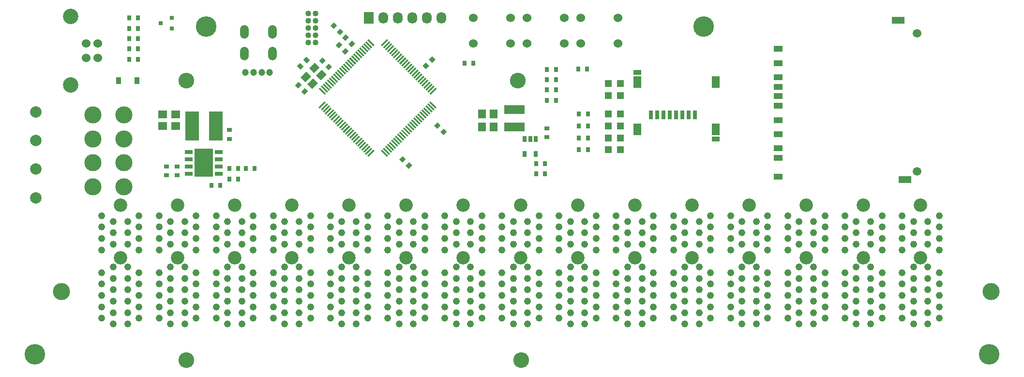
<source format=gbr>
G04 #@! TF.FileFunction,Soldermask,Top*
%FSLAX46Y46*%
G04 Gerber Fmt 4.6, Leading zero omitted, Abs format (unit mm)*
G04 Created by KiCad (PCBNEW 4.0.3+e1-6302~38~ubuntu14.04.1-stable) date Tue Oct  4 11:18:40 2016*
%MOMM*%
%LPD*%
G01*
G04 APERTURE LIST*
%ADD10C,0.100000*%
%ADD11R,1.350000X0.750000*%
%ADD12R,3.200000X4.900000*%
%ADD13R,2.350000X5.100000*%
%ADD14R,0.800000X1.500000*%
%ADD15R,1.450000X2.000000*%
%ADD16R,1.450000X0.900000*%
%ADD17R,0.800100X0.800100*%
%ADD18C,1.200000*%
%ADD19O,1.500000X2.400000*%
%ADD20C,2.350000*%
%ADD21C,1.230000*%
%ADD22R,1.500000X1.400000*%
%ADD23R,1.400000X1.500000*%
%ADD24R,0.787000X0.864000*%
%ADD25R,0.864000X0.787000*%
%ADD26C,1.016000*%
%ADD27R,1.727200X2.032000*%
%ADD28O,1.727200X2.032000*%
%ADD29C,3.000000*%
%ADD30C,3.600000*%
%ADD31C,2.750000*%
%ADD32R,0.700000X1.000000*%
%ADD33C,1.524000*%
%ADD34R,3.600000X1.500000*%
%ADD35C,2.000000*%
%ADD36C,2.700020*%
%ADD37R,0.910000X1.220000*%
%ADD38R,1.198880X1.198880*%
%ADD39R,1.500000X1.000000*%
%ADD40R,2.200000X1.200000*%
%ADD41C,1.500000*%
G04 APERTURE END LIST*
D10*
D11*
X81975000Y-99495000D03*
X81975000Y-100765000D03*
X81975000Y-102035000D03*
X81975000Y-103305000D03*
X87225000Y-103305000D03*
X87225000Y-102035000D03*
X87225000Y-100765000D03*
X87225000Y-99495000D03*
D12*
X84600000Y-101400000D03*
D13*
X86675000Y-94900000D03*
X82525000Y-94900000D03*
D14*
X170500000Y-92950000D03*
X169400000Y-92950000D03*
X168300000Y-92950000D03*
X167200000Y-92950000D03*
X166100000Y-92950000D03*
X165000000Y-92950000D03*
X163900000Y-92950000D03*
X162800000Y-92950000D03*
D15*
X160425000Y-87250000D03*
X174175000Y-87250000D03*
X160425000Y-95550000D03*
X174175000Y-95550000D03*
D16*
X174175000Y-97250000D03*
X160425000Y-85550000D03*
D17*
X79000760Y-77850000D03*
X79000760Y-75950000D03*
X77001780Y-76900000D03*
D10*
G36*
X113161522Y-79888373D02*
X113373654Y-79676241D01*
X114434314Y-80736901D01*
X114222182Y-80949033D01*
X113161522Y-79888373D01*
X113161522Y-79888373D01*
G37*
G36*
X112807969Y-80241926D02*
X113020101Y-80029794D01*
X114080761Y-81090454D01*
X113868629Y-81302586D01*
X112807969Y-80241926D01*
X112807969Y-80241926D01*
G37*
G36*
X112454416Y-80595480D02*
X112666548Y-80383348D01*
X113727208Y-81444008D01*
X113515076Y-81656140D01*
X112454416Y-80595480D01*
X112454416Y-80595480D01*
G37*
G36*
X112100862Y-80949033D02*
X112312994Y-80736901D01*
X113373654Y-81797561D01*
X113161522Y-82009693D01*
X112100862Y-80949033D01*
X112100862Y-80949033D01*
G37*
G36*
X111747309Y-81302587D02*
X111959441Y-81090455D01*
X113020101Y-82151115D01*
X112807969Y-82363247D01*
X111747309Y-81302587D01*
X111747309Y-81302587D01*
G37*
G36*
X111393756Y-81656140D02*
X111605888Y-81444008D01*
X112666548Y-82504668D01*
X112454416Y-82716800D01*
X111393756Y-81656140D01*
X111393756Y-81656140D01*
G37*
G36*
X111040202Y-82009693D02*
X111252334Y-81797561D01*
X112312994Y-82858221D01*
X112100862Y-83070353D01*
X111040202Y-82009693D01*
X111040202Y-82009693D01*
G37*
G36*
X110686649Y-82363247D02*
X110898781Y-82151115D01*
X111959441Y-83211775D01*
X111747309Y-83423907D01*
X110686649Y-82363247D01*
X110686649Y-82363247D01*
G37*
G36*
X110333095Y-82716800D02*
X110545227Y-82504668D01*
X111605887Y-83565328D01*
X111393755Y-83777460D01*
X110333095Y-82716800D01*
X110333095Y-82716800D01*
G37*
G36*
X109979542Y-83070354D02*
X110191674Y-82858222D01*
X111252334Y-83918882D01*
X111040202Y-84131014D01*
X109979542Y-83070354D01*
X109979542Y-83070354D01*
G37*
G36*
X109625989Y-83423907D02*
X109838121Y-83211775D01*
X110898781Y-84272435D01*
X110686649Y-84484567D01*
X109625989Y-83423907D01*
X109625989Y-83423907D01*
G37*
G36*
X109272435Y-83777460D02*
X109484567Y-83565328D01*
X110545227Y-84625988D01*
X110333095Y-84838120D01*
X109272435Y-83777460D01*
X109272435Y-83777460D01*
G37*
G36*
X108918882Y-84131014D02*
X109131014Y-83918882D01*
X110191674Y-84979542D01*
X109979542Y-85191674D01*
X108918882Y-84131014D01*
X108918882Y-84131014D01*
G37*
G36*
X108565328Y-84484567D02*
X108777460Y-84272435D01*
X109838120Y-85333095D01*
X109625988Y-85545227D01*
X108565328Y-84484567D01*
X108565328Y-84484567D01*
G37*
G36*
X108211775Y-84838121D02*
X108423907Y-84625989D01*
X109484567Y-85686649D01*
X109272435Y-85898781D01*
X108211775Y-84838121D01*
X108211775Y-84838121D01*
G37*
G36*
X107858222Y-85191674D02*
X108070354Y-84979542D01*
X109131014Y-86040202D01*
X108918882Y-86252334D01*
X107858222Y-85191674D01*
X107858222Y-85191674D01*
G37*
G36*
X107504668Y-85545227D02*
X107716800Y-85333095D01*
X108777460Y-86393755D01*
X108565328Y-86605887D01*
X107504668Y-85545227D01*
X107504668Y-85545227D01*
G37*
G36*
X107151115Y-85898781D02*
X107363247Y-85686649D01*
X108423907Y-86747309D01*
X108211775Y-86959441D01*
X107151115Y-85898781D01*
X107151115Y-85898781D01*
G37*
G36*
X106797561Y-86252334D02*
X107009693Y-86040202D01*
X108070353Y-87100862D01*
X107858221Y-87312994D01*
X106797561Y-86252334D01*
X106797561Y-86252334D01*
G37*
G36*
X106444008Y-86605888D02*
X106656140Y-86393756D01*
X107716800Y-87454416D01*
X107504668Y-87666548D01*
X106444008Y-86605888D01*
X106444008Y-86605888D01*
G37*
G36*
X106090455Y-86959441D02*
X106302587Y-86747309D01*
X107363247Y-87807969D01*
X107151115Y-88020101D01*
X106090455Y-86959441D01*
X106090455Y-86959441D01*
G37*
G36*
X105736901Y-87312994D02*
X105949033Y-87100862D01*
X107009693Y-88161522D01*
X106797561Y-88373654D01*
X105736901Y-87312994D01*
X105736901Y-87312994D01*
G37*
G36*
X105383348Y-87666548D02*
X105595480Y-87454416D01*
X106656140Y-88515076D01*
X106444008Y-88727208D01*
X105383348Y-87666548D01*
X105383348Y-87666548D01*
G37*
G36*
X105029794Y-88020101D02*
X105241926Y-87807969D01*
X106302586Y-88868629D01*
X106090454Y-89080761D01*
X105029794Y-88020101D01*
X105029794Y-88020101D01*
G37*
G36*
X104676241Y-88373654D02*
X104888373Y-88161522D01*
X105949033Y-89222182D01*
X105736901Y-89434314D01*
X104676241Y-88373654D01*
X104676241Y-88373654D01*
G37*
G36*
X104888373Y-91838478D02*
X104676241Y-91626346D01*
X105736901Y-90565686D01*
X105949033Y-90777818D01*
X104888373Y-91838478D01*
X104888373Y-91838478D01*
G37*
G36*
X105241926Y-92192031D02*
X105029794Y-91979899D01*
X106090454Y-90919239D01*
X106302586Y-91131371D01*
X105241926Y-92192031D01*
X105241926Y-92192031D01*
G37*
G36*
X105595480Y-92545584D02*
X105383348Y-92333452D01*
X106444008Y-91272792D01*
X106656140Y-91484924D01*
X105595480Y-92545584D01*
X105595480Y-92545584D01*
G37*
G36*
X105949033Y-92899138D02*
X105736901Y-92687006D01*
X106797561Y-91626346D01*
X107009693Y-91838478D01*
X105949033Y-92899138D01*
X105949033Y-92899138D01*
G37*
G36*
X106302587Y-93252691D02*
X106090455Y-93040559D01*
X107151115Y-91979899D01*
X107363247Y-92192031D01*
X106302587Y-93252691D01*
X106302587Y-93252691D01*
G37*
G36*
X106656140Y-93606244D02*
X106444008Y-93394112D01*
X107504668Y-92333452D01*
X107716800Y-92545584D01*
X106656140Y-93606244D01*
X106656140Y-93606244D01*
G37*
G36*
X107009693Y-93959798D02*
X106797561Y-93747666D01*
X107858221Y-92687006D01*
X108070353Y-92899138D01*
X107009693Y-93959798D01*
X107009693Y-93959798D01*
G37*
G36*
X107363247Y-94313351D02*
X107151115Y-94101219D01*
X108211775Y-93040559D01*
X108423907Y-93252691D01*
X107363247Y-94313351D01*
X107363247Y-94313351D01*
G37*
G36*
X107716800Y-94666905D02*
X107504668Y-94454773D01*
X108565328Y-93394113D01*
X108777460Y-93606245D01*
X107716800Y-94666905D01*
X107716800Y-94666905D01*
G37*
G36*
X108070354Y-95020458D02*
X107858222Y-94808326D01*
X108918882Y-93747666D01*
X109131014Y-93959798D01*
X108070354Y-95020458D01*
X108070354Y-95020458D01*
G37*
G36*
X108423907Y-95374011D02*
X108211775Y-95161879D01*
X109272435Y-94101219D01*
X109484567Y-94313351D01*
X108423907Y-95374011D01*
X108423907Y-95374011D01*
G37*
G36*
X108777460Y-95727565D02*
X108565328Y-95515433D01*
X109625988Y-94454773D01*
X109838120Y-94666905D01*
X108777460Y-95727565D01*
X108777460Y-95727565D01*
G37*
G36*
X109131014Y-96081118D02*
X108918882Y-95868986D01*
X109979542Y-94808326D01*
X110191674Y-95020458D01*
X109131014Y-96081118D01*
X109131014Y-96081118D01*
G37*
G36*
X109484567Y-96434672D02*
X109272435Y-96222540D01*
X110333095Y-95161880D01*
X110545227Y-95374012D01*
X109484567Y-96434672D01*
X109484567Y-96434672D01*
G37*
G36*
X109838121Y-96788225D02*
X109625989Y-96576093D01*
X110686649Y-95515433D01*
X110898781Y-95727565D01*
X109838121Y-96788225D01*
X109838121Y-96788225D01*
G37*
G36*
X110191674Y-97141778D02*
X109979542Y-96929646D01*
X111040202Y-95868986D01*
X111252334Y-96081118D01*
X110191674Y-97141778D01*
X110191674Y-97141778D01*
G37*
G36*
X110545227Y-97495332D02*
X110333095Y-97283200D01*
X111393755Y-96222540D01*
X111605887Y-96434672D01*
X110545227Y-97495332D01*
X110545227Y-97495332D01*
G37*
G36*
X110898781Y-97848885D02*
X110686649Y-97636753D01*
X111747309Y-96576093D01*
X111959441Y-96788225D01*
X110898781Y-97848885D01*
X110898781Y-97848885D01*
G37*
G36*
X111252334Y-98202439D02*
X111040202Y-97990307D01*
X112100862Y-96929647D01*
X112312994Y-97141779D01*
X111252334Y-98202439D01*
X111252334Y-98202439D01*
G37*
G36*
X111605888Y-98555992D02*
X111393756Y-98343860D01*
X112454416Y-97283200D01*
X112666548Y-97495332D01*
X111605888Y-98555992D01*
X111605888Y-98555992D01*
G37*
G36*
X111959441Y-98909545D02*
X111747309Y-98697413D01*
X112807969Y-97636753D01*
X113020101Y-97848885D01*
X111959441Y-98909545D01*
X111959441Y-98909545D01*
G37*
G36*
X112312994Y-99263099D02*
X112100862Y-99050967D01*
X113161522Y-97990307D01*
X113373654Y-98202439D01*
X112312994Y-99263099D01*
X112312994Y-99263099D01*
G37*
G36*
X112666548Y-99616652D02*
X112454416Y-99404520D01*
X113515076Y-98343860D01*
X113727208Y-98555992D01*
X112666548Y-99616652D01*
X112666548Y-99616652D01*
G37*
G36*
X113020101Y-99970206D02*
X112807969Y-99758074D01*
X113868629Y-98697414D01*
X114080761Y-98909546D01*
X113020101Y-99970206D01*
X113020101Y-99970206D01*
G37*
G36*
X113373654Y-100323759D02*
X113161522Y-100111627D01*
X114222182Y-99050967D01*
X114434314Y-99263099D01*
X113373654Y-100323759D01*
X113373654Y-100323759D01*
G37*
G36*
X115565686Y-99263099D02*
X115777818Y-99050967D01*
X116838478Y-100111627D01*
X116626346Y-100323759D01*
X115565686Y-99263099D01*
X115565686Y-99263099D01*
G37*
G36*
X115919239Y-98909546D02*
X116131371Y-98697414D01*
X117192031Y-99758074D01*
X116979899Y-99970206D01*
X115919239Y-98909546D01*
X115919239Y-98909546D01*
G37*
G36*
X116272792Y-98555992D02*
X116484924Y-98343860D01*
X117545584Y-99404520D01*
X117333452Y-99616652D01*
X116272792Y-98555992D01*
X116272792Y-98555992D01*
G37*
G36*
X116626346Y-98202439D02*
X116838478Y-97990307D01*
X117899138Y-99050967D01*
X117687006Y-99263099D01*
X116626346Y-98202439D01*
X116626346Y-98202439D01*
G37*
G36*
X116979899Y-97848885D02*
X117192031Y-97636753D01*
X118252691Y-98697413D01*
X118040559Y-98909545D01*
X116979899Y-97848885D01*
X116979899Y-97848885D01*
G37*
G36*
X117333452Y-97495332D02*
X117545584Y-97283200D01*
X118606244Y-98343860D01*
X118394112Y-98555992D01*
X117333452Y-97495332D01*
X117333452Y-97495332D01*
G37*
G36*
X117687006Y-97141779D02*
X117899138Y-96929647D01*
X118959798Y-97990307D01*
X118747666Y-98202439D01*
X117687006Y-97141779D01*
X117687006Y-97141779D01*
G37*
G36*
X118040559Y-96788225D02*
X118252691Y-96576093D01*
X119313351Y-97636753D01*
X119101219Y-97848885D01*
X118040559Y-96788225D01*
X118040559Y-96788225D01*
G37*
G36*
X118394113Y-96434672D02*
X118606245Y-96222540D01*
X119666905Y-97283200D01*
X119454773Y-97495332D01*
X118394113Y-96434672D01*
X118394113Y-96434672D01*
G37*
G36*
X118747666Y-96081118D02*
X118959798Y-95868986D01*
X120020458Y-96929646D01*
X119808326Y-97141778D01*
X118747666Y-96081118D01*
X118747666Y-96081118D01*
G37*
G36*
X119101219Y-95727565D02*
X119313351Y-95515433D01*
X120374011Y-96576093D01*
X120161879Y-96788225D01*
X119101219Y-95727565D01*
X119101219Y-95727565D01*
G37*
G36*
X119454773Y-95374012D02*
X119666905Y-95161880D01*
X120727565Y-96222540D01*
X120515433Y-96434672D01*
X119454773Y-95374012D01*
X119454773Y-95374012D01*
G37*
G36*
X119808326Y-95020458D02*
X120020458Y-94808326D01*
X121081118Y-95868986D01*
X120868986Y-96081118D01*
X119808326Y-95020458D01*
X119808326Y-95020458D01*
G37*
G36*
X120161880Y-94666905D02*
X120374012Y-94454773D01*
X121434672Y-95515433D01*
X121222540Y-95727565D01*
X120161880Y-94666905D01*
X120161880Y-94666905D01*
G37*
G36*
X120515433Y-94313351D02*
X120727565Y-94101219D01*
X121788225Y-95161879D01*
X121576093Y-95374011D01*
X120515433Y-94313351D01*
X120515433Y-94313351D01*
G37*
G36*
X120868986Y-93959798D02*
X121081118Y-93747666D01*
X122141778Y-94808326D01*
X121929646Y-95020458D01*
X120868986Y-93959798D01*
X120868986Y-93959798D01*
G37*
G36*
X121222540Y-93606245D02*
X121434672Y-93394113D01*
X122495332Y-94454773D01*
X122283200Y-94666905D01*
X121222540Y-93606245D01*
X121222540Y-93606245D01*
G37*
G36*
X121576093Y-93252691D02*
X121788225Y-93040559D01*
X122848885Y-94101219D01*
X122636753Y-94313351D01*
X121576093Y-93252691D01*
X121576093Y-93252691D01*
G37*
G36*
X121929647Y-92899138D02*
X122141779Y-92687006D01*
X123202439Y-93747666D01*
X122990307Y-93959798D01*
X121929647Y-92899138D01*
X121929647Y-92899138D01*
G37*
G36*
X122283200Y-92545584D02*
X122495332Y-92333452D01*
X123555992Y-93394112D01*
X123343860Y-93606244D01*
X122283200Y-92545584D01*
X122283200Y-92545584D01*
G37*
G36*
X122636753Y-92192031D02*
X122848885Y-91979899D01*
X123909545Y-93040559D01*
X123697413Y-93252691D01*
X122636753Y-92192031D01*
X122636753Y-92192031D01*
G37*
G36*
X122990307Y-91838478D02*
X123202439Y-91626346D01*
X124263099Y-92687006D01*
X124050967Y-92899138D01*
X122990307Y-91838478D01*
X122990307Y-91838478D01*
G37*
G36*
X123343860Y-91484924D02*
X123555992Y-91272792D01*
X124616652Y-92333452D01*
X124404520Y-92545584D01*
X123343860Y-91484924D01*
X123343860Y-91484924D01*
G37*
G36*
X123697414Y-91131371D02*
X123909546Y-90919239D01*
X124970206Y-91979899D01*
X124758074Y-92192031D01*
X123697414Y-91131371D01*
X123697414Y-91131371D01*
G37*
G36*
X124050967Y-90777818D02*
X124263099Y-90565686D01*
X125323759Y-91626346D01*
X125111627Y-91838478D01*
X124050967Y-90777818D01*
X124050967Y-90777818D01*
G37*
G36*
X124263099Y-89434314D02*
X124050967Y-89222182D01*
X125111627Y-88161522D01*
X125323759Y-88373654D01*
X124263099Y-89434314D01*
X124263099Y-89434314D01*
G37*
G36*
X123909546Y-89080761D02*
X123697414Y-88868629D01*
X124758074Y-87807969D01*
X124970206Y-88020101D01*
X123909546Y-89080761D01*
X123909546Y-89080761D01*
G37*
G36*
X123555992Y-88727208D02*
X123343860Y-88515076D01*
X124404520Y-87454416D01*
X124616652Y-87666548D01*
X123555992Y-88727208D01*
X123555992Y-88727208D01*
G37*
G36*
X123202439Y-88373654D02*
X122990307Y-88161522D01*
X124050967Y-87100862D01*
X124263099Y-87312994D01*
X123202439Y-88373654D01*
X123202439Y-88373654D01*
G37*
G36*
X122848885Y-88020101D02*
X122636753Y-87807969D01*
X123697413Y-86747309D01*
X123909545Y-86959441D01*
X122848885Y-88020101D01*
X122848885Y-88020101D01*
G37*
G36*
X122495332Y-87666548D02*
X122283200Y-87454416D01*
X123343860Y-86393756D01*
X123555992Y-86605888D01*
X122495332Y-87666548D01*
X122495332Y-87666548D01*
G37*
G36*
X122141779Y-87312994D02*
X121929647Y-87100862D01*
X122990307Y-86040202D01*
X123202439Y-86252334D01*
X122141779Y-87312994D01*
X122141779Y-87312994D01*
G37*
G36*
X121788225Y-86959441D02*
X121576093Y-86747309D01*
X122636753Y-85686649D01*
X122848885Y-85898781D01*
X121788225Y-86959441D01*
X121788225Y-86959441D01*
G37*
G36*
X121434672Y-86605887D02*
X121222540Y-86393755D01*
X122283200Y-85333095D01*
X122495332Y-85545227D01*
X121434672Y-86605887D01*
X121434672Y-86605887D01*
G37*
G36*
X121081118Y-86252334D02*
X120868986Y-86040202D01*
X121929646Y-84979542D01*
X122141778Y-85191674D01*
X121081118Y-86252334D01*
X121081118Y-86252334D01*
G37*
G36*
X120727565Y-85898781D02*
X120515433Y-85686649D01*
X121576093Y-84625989D01*
X121788225Y-84838121D01*
X120727565Y-85898781D01*
X120727565Y-85898781D01*
G37*
G36*
X120374012Y-85545227D02*
X120161880Y-85333095D01*
X121222540Y-84272435D01*
X121434672Y-84484567D01*
X120374012Y-85545227D01*
X120374012Y-85545227D01*
G37*
G36*
X120020458Y-85191674D02*
X119808326Y-84979542D01*
X120868986Y-83918882D01*
X121081118Y-84131014D01*
X120020458Y-85191674D01*
X120020458Y-85191674D01*
G37*
G36*
X119666905Y-84838120D02*
X119454773Y-84625988D01*
X120515433Y-83565328D01*
X120727565Y-83777460D01*
X119666905Y-84838120D01*
X119666905Y-84838120D01*
G37*
G36*
X119313351Y-84484567D02*
X119101219Y-84272435D01*
X120161879Y-83211775D01*
X120374011Y-83423907D01*
X119313351Y-84484567D01*
X119313351Y-84484567D01*
G37*
G36*
X118959798Y-84131014D02*
X118747666Y-83918882D01*
X119808326Y-82858222D01*
X120020458Y-83070354D01*
X118959798Y-84131014D01*
X118959798Y-84131014D01*
G37*
G36*
X118606245Y-83777460D02*
X118394113Y-83565328D01*
X119454773Y-82504668D01*
X119666905Y-82716800D01*
X118606245Y-83777460D01*
X118606245Y-83777460D01*
G37*
G36*
X118252691Y-83423907D02*
X118040559Y-83211775D01*
X119101219Y-82151115D01*
X119313351Y-82363247D01*
X118252691Y-83423907D01*
X118252691Y-83423907D01*
G37*
G36*
X117899138Y-83070353D02*
X117687006Y-82858221D01*
X118747666Y-81797561D01*
X118959798Y-82009693D01*
X117899138Y-83070353D01*
X117899138Y-83070353D01*
G37*
G36*
X117545584Y-82716800D02*
X117333452Y-82504668D01*
X118394112Y-81444008D01*
X118606244Y-81656140D01*
X117545584Y-82716800D01*
X117545584Y-82716800D01*
G37*
G36*
X117192031Y-82363247D02*
X116979899Y-82151115D01*
X118040559Y-81090455D01*
X118252691Y-81302587D01*
X117192031Y-82363247D01*
X117192031Y-82363247D01*
G37*
G36*
X116838478Y-82009693D02*
X116626346Y-81797561D01*
X117687006Y-80736901D01*
X117899138Y-80949033D01*
X116838478Y-82009693D01*
X116838478Y-82009693D01*
G37*
G36*
X116484924Y-81656140D02*
X116272792Y-81444008D01*
X117333452Y-80383348D01*
X117545584Y-80595480D01*
X116484924Y-81656140D01*
X116484924Y-81656140D01*
G37*
G36*
X116131371Y-81302586D02*
X115919239Y-81090454D01*
X116979899Y-80029794D01*
X117192031Y-80241926D01*
X116131371Y-81302586D01*
X116131371Y-81302586D01*
G37*
G36*
X115777818Y-80949033D02*
X115565686Y-80736901D01*
X116626346Y-79676241D01*
X116838478Y-79888373D01*
X115777818Y-80949033D01*
X115777818Y-80949033D01*
G37*
D18*
X91900000Y-85500000D03*
X93300000Y-85500000D03*
X94700000Y-85500000D03*
X96100000Y-85500000D03*
D19*
X91730000Y-78390000D03*
X91730000Y-82230000D03*
X96570000Y-78390000D03*
X96570000Y-82230000D03*
D20*
X150000000Y-118000000D03*
X150000000Y-108850000D03*
D21*
X148750000Y-129650000D03*
X146750000Y-128650000D03*
X148750000Y-127650000D03*
X146750000Y-126650000D03*
X148750000Y-125650000D03*
X146750000Y-124650000D03*
X148750000Y-123650000D03*
X146750000Y-122650000D03*
X148750000Y-121650000D03*
X146750000Y-120650000D03*
X148750000Y-119650000D03*
X146750000Y-116650000D03*
X148750000Y-115650000D03*
X146750000Y-114650000D03*
X148750000Y-113650000D03*
X146750000Y-112650000D03*
X148750000Y-111650000D03*
X146750000Y-110650000D03*
X151250000Y-129650000D03*
X153250000Y-128650000D03*
X151250000Y-127650000D03*
X153250000Y-126650000D03*
X151250000Y-125650000D03*
X153250000Y-124650000D03*
X151250000Y-123650000D03*
X153250000Y-122650000D03*
X151250000Y-121650000D03*
X153250000Y-120650000D03*
X151250000Y-119650000D03*
X153250000Y-116650000D03*
X151250000Y-115650000D03*
X153250000Y-114650000D03*
X151250000Y-113650000D03*
X153250000Y-112650000D03*
X151250000Y-111650000D03*
X153250000Y-110650000D03*
D20*
X140000000Y-118000000D03*
X140000000Y-108850000D03*
D21*
X138750000Y-129650000D03*
X136750000Y-128650000D03*
X138750000Y-127650000D03*
X136750000Y-126650000D03*
X138750000Y-125650000D03*
X136750000Y-124650000D03*
X138750000Y-123650000D03*
X136750000Y-122650000D03*
X138750000Y-121650000D03*
X136750000Y-120650000D03*
X138750000Y-119650000D03*
X136750000Y-116650000D03*
X138750000Y-115650000D03*
X136750000Y-114650000D03*
X138750000Y-113650000D03*
X136750000Y-112650000D03*
X138750000Y-111650000D03*
X136750000Y-110650000D03*
X141250000Y-129650000D03*
X143250000Y-128650000D03*
X141250000Y-127650000D03*
X143250000Y-126650000D03*
X141250000Y-125650000D03*
X143250000Y-124650000D03*
X141250000Y-123650000D03*
X143250000Y-122650000D03*
X141250000Y-121650000D03*
X143250000Y-120650000D03*
X141250000Y-119650000D03*
X143250000Y-116650000D03*
X141250000Y-115650000D03*
X143250000Y-114650000D03*
X141250000Y-113650000D03*
X143250000Y-112650000D03*
X141250000Y-111650000D03*
X143250000Y-110650000D03*
D20*
X130000000Y-118000000D03*
X130000000Y-108850000D03*
D21*
X128750000Y-129650000D03*
X126750000Y-128650000D03*
X128750000Y-127650000D03*
X126750000Y-126650000D03*
X128750000Y-125650000D03*
X126750000Y-124650000D03*
X128750000Y-123650000D03*
X126750000Y-122650000D03*
X128750000Y-121650000D03*
X126750000Y-120650000D03*
X128750000Y-119650000D03*
X126750000Y-116650000D03*
X128750000Y-115650000D03*
X126750000Y-114650000D03*
X128750000Y-113650000D03*
X126750000Y-112650000D03*
X128750000Y-111650000D03*
X126750000Y-110650000D03*
X131250000Y-129650000D03*
X133250000Y-128650000D03*
X131250000Y-127650000D03*
X133250000Y-126650000D03*
X131250000Y-125650000D03*
X133250000Y-124650000D03*
X131250000Y-123650000D03*
X133250000Y-122650000D03*
X131250000Y-121650000D03*
X133250000Y-120650000D03*
X131250000Y-119650000D03*
X133250000Y-116650000D03*
X131250000Y-115650000D03*
X133250000Y-114650000D03*
X131250000Y-113650000D03*
X133250000Y-112650000D03*
X131250000Y-111650000D03*
X133250000Y-110650000D03*
D20*
X120000000Y-118000000D03*
X120000000Y-108850000D03*
D21*
X118750000Y-129650000D03*
X116750000Y-128650000D03*
X118750000Y-127650000D03*
X116750000Y-126650000D03*
X118750000Y-125650000D03*
X116750000Y-124650000D03*
X118750000Y-123650000D03*
X116750000Y-122650000D03*
X118750000Y-121650000D03*
X116750000Y-120650000D03*
X118750000Y-119650000D03*
X116750000Y-116650000D03*
X118750000Y-115650000D03*
X116750000Y-114650000D03*
X118750000Y-113650000D03*
X116750000Y-112650000D03*
X118750000Y-111650000D03*
X116750000Y-110650000D03*
X121250000Y-129650000D03*
X123250000Y-128650000D03*
X121250000Y-127650000D03*
X123250000Y-126650000D03*
X121250000Y-125650000D03*
X123250000Y-124650000D03*
X121250000Y-123650000D03*
X123250000Y-122650000D03*
X121250000Y-121650000D03*
X123250000Y-120650000D03*
X121250000Y-119650000D03*
X123250000Y-116650000D03*
X121250000Y-115650000D03*
X123250000Y-114650000D03*
X121250000Y-113650000D03*
X123250000Y-112650000D03*
X121250000Y-111650000D03*
X123250000Y-110650000D03*
D20*
X110000000Y-118000000D03*
X110000000Y-108850000D03*
D21*
X108750000Y-129650000D03*
X106750000Y-128650000D03*
X108750000Y-127650000D03*
X106750000Y-126650000D03*
X108750000Y-125650000D03*
X106750000Y-124650000D03*
X108750000Y-123650000D03*
X106750000Y-122650000D03*
X108750000Y-121650000D03*
X106750000Y-120650000D03*
X108750000Y-119650000D03*
X106750000Y-116650000D03*
X108750000Y-115650000D03*
X106750000Y-114650000D03*
X108750000Y-113650000D03*
X106750000Y-112650000D03*
X108750000Y-111650000D03*
X106750000Y-110650000D03*
X111250000Y-129650000D03*
X113250000Y-128650000D03*
X111250000Y-127650000D03*
X113250000Y-126650000D03*
X111250000Y-125650000D03*
X113250000Y-124650000D03*
X111250000Y-123650000D03*
X113250000Y-122650000D03*
X111250000Y-121650000D03*
X113250000Y-120650000D03*
X111250000Y-119650000D03*
X113250000Y-116650000D03*
X111250000Y-115650000D03*
X113250000Y-114650000D03*
X111250000Y-113650000D03*
X113250000Y-112650000D03*
X111250000Y-111650000D03*
X113250000Y-110650000D03*
D20*
X100000000Y-118000000D03*
X100000000Y-108850000D03*
D21*
X98750000Y-129650000D03*
X96750000Y-128650000D03*
X98750000Y-127650000D03*
X96750000Y-126650000D03*
X98750000Y-125650000D03*
X96750000Y-124650000D03*
X98750000Y-123650000D03*
X96750000Y-122650000D03*
X98750000Y-121650000D03*
X96750000Y-120650000D03*
X98750000Y-119650000D03*
X96750000Y-116650000D03*
X98750000Y-115650000D03*
X96750000Y-114650000D03*
X98750000Y-113650000D03*
X96750000Y-112650000D03*
X98750000Y-111650000D03*
X96750000Y-110650000D03*
X101250000Y-129650000D03*
X103250000Y-128650000D03*
X101250000Y-127650000D03*
X103250000Y-126650000D03*
X101250000Y-125650000D03*
X103250000Y-124650000D03*
X101250000Y-123650000D03*
X103250000Y-122650000D03*
X101250000Y-121650000D03*
X103250000Y-120650000D03*
X101250000Y-119650000D03*
X103250000Y-116650000D03*
X101250000Y-115650000D03*
X103250000Y-114650000D03*
X101250000Y-113650000D03*
X103250000Y-112650000D03*
X101250000Y-111650000D03*
X103250000Y-110650000D03*
D20*
X90000000Y-118000000D03*
X90000000Y-108850000D03*
D21*
X88750000Y-129650000D03*
X86750000Y-128650000D03*
X88750000Y-127650000D03*
X86750000Y-126650000D03*
X88750000Y-125650000D03*
X86750000Y-124650000D03*
X88750000Y-123650000D03*
X86750000Y-122650000D03*
X88750000Y-121650000D03*
X86750000Y-120650000D03*
X88750000Y-119650000D03*
X86750000Y-116650000D03*
X88750000Y-115650000D03*
X86750000Y-114650000D03*
X88750000Y-113650000D03*
X86750000Y-112650000D03*
X88750000Y-111650000D03*
X86750000Y-110650000D03*
X91250000Y-129650000D03*
X93250000Y-128650000D03*
X91250000Y-127650000D03*
X93250000Y-126650000D03*
X91250000Y-125650000D03*
X93250000Y-124650000D03*
X91250000Y-123650000D03*
X93250000Y-122650000D03*
X91250000Y-121650000D03*
X93250000Y-120650000D03*
X91250000Y-119650000D03*
X93250000Y-116650000D03*
X91250000Y-115650000D03*
X93250000Y-114650000D03*
X91250000Y-113650000D03*
X93250000Y-112650000D03*
X91250000Y-111650000D03*
X93250000Y-110650000D03*
D20*
X80000000Y-118000000D03*
X80000000Y-108850000D03*
D21*
X78750000Y-129650000D03*
X76750000Y-128650000D03*
X78750000Y-127650000D03*
X76750000Y-126650000D03*
X78750000Y-125650000D03*
X76750000Y-124650000D03*
X78750000Y-123650000D03*
X76750000Y-122650000D03*
X78750000Y-121650000D03*
X76750000Y-120650000D03*
X78750000Y-119650000D03*
X76750000Y-116650000D03*
X78750000Y-115650000D03*
X76750000Y-114650000D03*
X78750000Y-113650000D03*
X76750000Y-112650000D03*
X78750000Y-111650000D03*
X76750000Y-110650000D03*
X81250000Y-129650000D03*
X83250000Y-128650000D03*
X81250000Y-127650000D03*
X83250000Y-126650000D03*
X81250000Y-125650000D03*
X83250000Y-124650000D03*
X81250000Y-123650000D03*
X83250000Y-122650000D03*
X81250000Y-121650000D03*
X83250000Y-120650000D03*
X81250000Y-119650000D03*
X83250000Y-116650000D03*
X81250000Y-115650000D03*
X83250000Y-114650000D03*
X81250000Y-113650000D03*
X83250000Y-112650000D03*
X81250000Y-111650000D03*
X83250000Y-110650000D03*
D20*
X70000000Y-118000000D03*
X70000000Y-108850000D03*
D21*
X68750000Y-129650000D03*
X66750000Y-128650000D03*
X68750000Y-127650000D03*
X66750000Y-126650000D03*
X68750000Y-125650000D03*
X66750000Y-124650000D03*
X68750000Y-123650000D03*
X66750000Y-122650000D03*
X68750000Y-121650000D03*
X66750000Y-120650000D03*
X68750000Y-119650000D03*
X66750000Y-116650000D03*
X68750000Y-115650000D03*
X66750000Y-114650000D03*
X68750000Y-113650000D03*
X66750000Y-112650000D03*
X68750000Y-111650000D03*
X66750000Y-110650000D03*
X71250000Y-129650000D03*
X73250000Y-128650000D03*
X71250000Y-127650000D03*
X73250000Y-126650000D03*
X71250000Y-125650000D03*
X73250000Y-124650000D03*
X71250000Y-123650000D03*
X73250000Y-122650000D03*
X71250000Y-121650000D03*
X73250000Y-120650000D03*
X71250000Y-119650000D03*
X73250000Y-116650000D03*
X71250000Y-115650000D03*
X73250000Y-114650000D03*
X71250000Y-113650000D03*
X73250000Y-112650000D03*
X71250000Y-111650000D03*
X73250000Y-110650000D03*
D20*
X210000000Y-118000000D03*
X210000000Y-108850000D03*
D21*
X208750000Y-129650000D03*
X206750000Y-128650000D03*
X208750000Y-127650000D03*
X206750000Y-126650000D03*
X208750000Y-125650000D03*
X206750000Y-124650000D03*
X208750000Y-123650000D03*
X206750000Y-122650000D03*
X208750000Y-121650000D03*
X206750000Y-120650000D03*
X208750000Y-119650000D03*
X206750000Y-116650000D03*
X208750000Y-115650000D03*
X206750000Y-114650000D03*
X208750000Y-113650000D03*
X206750000Y-112650000D03*
X208750000Y-111650000D03*
X206750000Y-110650000D03*
X211250000Y-129650000D03*
X213250000Y-128650000D03*
X211250000Y-127650000D03*
X213250000Y-126650000D03*
X211250000Y-125650000D03*
X213250000Y-124650000D03*
X211250000Y-123650000D03*
X213250000Y-122650000D03*
X211250000Y-121650000D03*
X213250000Y-120650000D03*
X211250000Y-119650000D03*
X213250000Y-116650000D03*
X211250000Y-115650000D03*
X213250000Y-114650000D03*
X211250000Y-113650000D03*
X213250000Y-112650000D03*
X211250000Y-111650000D03*
X213250000Y-110650000D03*
D20*
X200000000Y-118000000D03*
X200000000Y-108850000D03*
D21*
X198750000Y-129650000D03*
X196750000Y-128650000D03*
X198750000Y-127650000D03*
X196750000Y-126650000D03*
X198750000Y-125650000D03*
X196750000Y-124650000D03*
X198750000Y-123650000D03*
X196750000Y-122650000D03*
X198750000Y-121650000D03*
X196750000Y-120650000D03*
X198750000Y-119650000D03*
X196750000Y-116650000D03*
X198750000Y-115650000D03*
X196750000Y-114650000D03*
X198750000Y-113650000D03*
X196750000Y-112650000D03*
X198750000Y-111650000D03*
X196750000Y-110650000D03*
X201250000Y-129650000D03*
X203250000Y-128650000D03*
X201250000Y-127650000D03*
X203250000Y-126650000D03*
X201250000Y-125650000D03*
X203250000Y-124650000D03*
X201250000Y-123650000D03*
X203250000Y-122650000D03*
X201250000Y-121650000D03*
X203250000Y-120650000D03*
X201250000Y-119650000D03*
X203250000Y-116650000D03*
X201250000Y-115650000D03*
X203250000Y-114650000D03*
X201250000Y-113650000D03*
X203250000Y-112650000D03*
X201250000Y-111650000D03*
X203250000Y-110650000D03*
D20*
X190000000Y-118000000D03*
X190000000Y-108850000D03*
D21*
X188750000Y-129650000D03*
X186750000Y-128650000D03*
X188750000Y-127650000D03*
X186750000Y-126650000D03*
X188750000Y-125650000D03*
X186750000Y-124650000D03*
X188750000Y-123650000D03*
X186750000Y-122650000D03*
X188750000Y-121650000D03*
X186750000Y-120650000D03*
X188750000Y-119650000D03*
X186750000Y-116650000D03*
X188750000Y-115650000D03*
X186750000Y-114650000D03*
X188750000Y-113650000D03*
X186750000Y-112650000D03*
X188750000Y-111650000D03*
X186750000Y-110650000D03*
X191250000Y-129650000D03*
X193250000Y-128650000D03*
X191250000Y-127650000D03*
X193250000Y-126650000D03*
X191250000Y-125650000D03*
X193250000Y-124650000D03*
X191250000Y-123650000D03*
X193250000Y-122650000D03*
X191250000Y-121650000D03*
X193250000Y-120650000D03*
X191250000Y-119650000D03*
X193250000Y-116650000D03*
X191250000Y-115650000D03*
X193250000Y-114650000D03*
X191250000Y-113650000D03*
X193250000Y-112650000D03*
X191250000Y-111650000D03*
X193250000Y-110650000D03*
D20*
X180000000Y-118000000D03*
X180000000Y-108850000D03*
D21*
X178750000Y-129650000D03*
X176750000Y-128650000D03*
X178750000Y-127650000D03*
X176750000Y-126650000D03*
X178750000Y-125650000D03*
X176750000Y-124650000D03*
X178750000Y-123650000D03*
X176750000Y-122650000D03*
X178750000Y-121650000D03*
X176750000Y-120650000D03*
X178750000Y-119650000D03*
X176750000Y-116650000D03*
X178750000Y-115650000D03*
X176750000Y-114650000D03*
X178750000Y-113650000D03*
X176750000Y-112650000D03*
X178750000Y-111650000D03*
X176750000Y-110650000D03*
X181250000Y-129650000D03*
X183250000Y-128650000D03*
X181250000Y-127650000D03*
X183250000Y-126650000D03*
X181250000Y-125650000D03*
X183250000Y-124650000D03*
X181250000Y-123650000D03*
X183250000Y-122650000D03*
X181250000Y-121650000D03*
X183250000Y-120650000D03*
X181250000Y-119650000D03*
X183250000Y-116650000D03*
X181250000Y-115650000D03*
X183250000Y-114650000D03*
X181250000Y-113650000D03*
X183250000Y-112650000D03*
X181250000Y-111650000D03*
X183250000Y-110650000D03*
D20*
X170000000Y-118000000D03*
X170000000Y-108850000D03*
D21*
X168750000Y-129650000D03*
X166750000Y-128650000D03*
X168750000Y-127650000D03*
X166750000Y-126650000D03*
X168750000Y-125650000D03*
X166750000Y-124650000D03*
X168750000Y-123650000D03*
X166750000Y-122650000D03*
X168750000Y-121650000D03*
X166750000Y-120650000D03*
X168750000Y-119650000D03*
X166750000Y-116650000D03*
X168750000Y-115650000D03*
X166750000Y-114650000D03*
X168750000Y-113650000D03*
X166750000Y-112650000D03*
X168750000Y-111650000D03*
X166750000Y-110650000D03*
X171250000Y-129650000D03*
X173250000Y-128650000D03*
X171250000Y-127650000D03*
X173250000Y-126650000D03*
X171250000Y-125650000D03*
X173250000Y-124650000D03*
X171250000Y-123650000D03*
X173250000Y-122650000D03*
X171250000Y-121650000D03*
X173250000Y-120650000D03*
X171250000Y-119650000D03*
X173250000Y-116650000D03*
X171250000Y-115650000D03*
X173250000Y-114650000D03*
X171250000Y-113650000D03*
X173250000Y-112650000D03*
X171250000Y-111650000D03*
X173250000Y-110650000D03*
D20*
X160000000Y-118000000D03*
X160000000Y-108850000D03*
D21*
X158750000Y-129650000D03*
X156750000Y-128650000D03*
X158750000Y-127650000D03*
X156750000Y-126650000D03*
X158750000Y-125650000D03*
X156750000Y-124650000D03*
X158750000Y-123650000D03*
X156750000Y-122650000D03*
X158750000Y-121650000D03*
X156750000Y-120650000D03*
X158750000Y-119650000D03*
X156750000Y-116650000D03*
X158750000Y-115650000D03*
X156750000Y-114650000D03*
X158750000Y-113650000D03*
X156750000Y-112650000D03*
X158750000Y-111650000D03*
X156750000Y-110650000D03*
X161250000Y-129650000D03*
X163250000Y-128650000D03*
X161250000Y-127650000D03*
X163250000Y-126650000D03*
X161250000Y-125650000D03*
X163250000Y-124650000D03*
X161250000Y-123650000D03*
X163250000Y-122650000D03*
X161250000Y-121650000D03*
X163250000Y-120650000D03*
X161250000Y-119650000D03*
X163250000Y-116650000D03*
X161250000Y-115650000D03*
X163250000Y-114650000D03*
X161250000Y-113650000D03*
X163250000Y-112650000D03*
X161250000Y-111650000D03*
X163250000Y-110650000D03*
D22*
X77400000Y-94925000D03*
X77400000Y-92875000D03*
X79700000Y-94925000D03*
X79700000Y-92875000D03*
D23*
X135325000Y-95100000D03*
X133275000Y-95100000D03*
X135325000Y-92800000D03*
X133275000Y-92800000D03*
D24*
X73074500Y-83200000D03*
X71525500Y-83200000D03*
X73074500Y-77800000D03*
X71525500Y-77800000D03*
D25*
X144600000Y-96874500D03*
X144600000Y-95325500D03*
D10*
G36*
X109006371Y-78395430D02*
X108395430Y-79006371D01*
X107838937Y-78449878D01*
X108449878Y-77838937D01*
X109006371Y-78395430D01*
X109006371Y-78395430D01*
G37*
G36*
X107911063Y-77300122D02*
X107300122Y-77911063D01*
X106743629Y-77354570D01*
X107354570Y-76743629D01*
X107911063Y-77300122D01*
X107911063Y-77300122D01*
G37*
G36*
X118768629Y-100779570D02*
X119379570Y-100168629D01*
X119936063Y-100725122D01*
X119325122Y-101336063D01*
X118768629Y-100779570D01*
X118768629Y-100779570D01*
G37*
G36*
X119863937Y-101874878D02*
X120474878Y-101263937D01*
X121031371Y-101820430D01*
X120420430Y-102431371D01*
X119863937Y-101874878D01*
X119863937Y-101874878D01*
G37*
G36*
X124868629Y-94879570D02*
X125479570Y-94268629D01*
X126036063Y-94825122D01*
X125425122Y-95436063D01*
X124868629Y-94879570D01*
X124868629Y-94879570D01*
G37*
G36*
X125963937Y-95974878D02*
X126574878Y-95363937D01*
X127131371Y-95920430D01*
X126520430Y-96531371D01*
X125963937Y-95974878D01*
X125963937Y-95974878D01*
G37*
G36*
X107031371Y-84520430D02*
X106420430Y-85131371D01*
X105863937Y-84574878D01*
X106474878Y-83963937D01*
X107031371Y-84520430D01*
X107031371Y-84520430D01*
G37*
G36*
X105936063Y-83425122D02*
X105325122Y-84036063D01*
X104768629Y-83479570D01*
X105379570Y-82868629D01*
X105936063Y-83425122D01*
X105936063Y-83425122D01*
G37*
G36*
X102831371Y-88820430D02*
X102220430Y-89431371D01*
X101663937Y-88874878D01*
X102274878Y-88263937D01*
X102831371Y-88820430D01*
X102831371Y-88820430D01*
G37*
G36*
X101736063Y-87725122D02*
X101125122Y-88336063D01*
X100568629Y-87779570D01*
X101179570Y-87168629D01*
X101736063Y-87725122D01*
X101736063Y-87725122D01*
G37*
G36*
X102520430Y-82768629D02*
X103131371Y-83379570D01*
X102574878Y-83936063D01*
X101963937Y-83325122D01*
X102520430Y-82768629D01*
X102520430Y-82768629D01*
G37*
G36*
X101425122Y-83863937D02*
X102036063Y-84474878D01*
X101479570Y-85031371D01*
X100868629Y-84420430D01*
X101425122Y-83863937D01*
X101425122Y-83863937D01*
G37*
G36*
X109931371Y-81795430D02*
X109320430Y-82406371D01*
X108763937Y-81849878D01*
X109374878Y-81238937D01*
X109931371Y-81795430D01*
X109931371Y-81795430D01*
G37*
G36*
X108836063Y-80700122D02*
X108225122Y-81311063D01*
X107668629Y-80754570D01*
X108279570Y-80143629D01*
X108836063Y-80700122D01*
X108836063Y-80700122D01*
G37*
G36*
X123479570Y-84931371D02*
X122868629Y-84320430D01*
X123425122Y-83763937D01*
X124036063Y-84374878D01*
X123479570Y-84931371D01*
X123479570Y-84931371D01*
G37*
G36*
X124574878Y-83836063D02*
X123963937Y-83225122D01*
X124520430Y-82668629D01*
X125131371Y-83279570D01*
X124574878Y-83836063D01*
X124574878Y-83836063D01*
G37*
D25*
X79900000Y-102025500D03*
X79900000Y-103574500D03*
X78100000Y-102025500D03*
X78100000Y-103574500D03*
D24*
X146174500Y-86800000D03*
X144625500Y-86800000D03*
X150125500Y-84900000D03*
X151674500Y-84900000D03*
X89025500Y-102400000D03*
X90574500Y-102400000D03*
D25*
X89100000Y-95625500D03*
X89100000Y-97174500D03*
D26*
X102865000Y-75160000D03*
X104135000Y-75160000D03*
X102865000Y-76430000D03*
X104135000Y-76430000D03*
X102865000Y-77700000D03*
X104135000Y-77700000D03*
X102865000Y-78970000D03*
X104135000Y-78970000D03*
X102865000Y-80240000D03*
X104135000Y-80240000D03*
D27*
X113450000Y-76000000D03*
D28*
X115990000Y-76000000D03*
X118530000Y-76000000D03*
X121070000Y-76000000D03*
X123610000Y-76000000D03*
X126150000Y-76000000D03*
D29*
X59700000Y-124000000D03*
X222300000Y-124000000D03*
D30*
X172000000Y-77500000D03*
X55000000Y-135000000D03*
X85000000Y-77500000D03*
X222000000Y-135000000D03*
D10*
G36*
X103552512Y-88398097D02*
X102703984Y-87549569D01*
X103693934Y-86559619D01*
X104542462Y-87408147D01*
X103552512Y-88398097D01*
X103552512Y-88398097D01*
G37*
G36*
X105108147Y-86842462D02*
X104259619Y-85993934D01*
X105249569Y-85003984D01*
X106098097Y-85852512D01*
X105108147Y-86842462D01*
X105108147Y-86842462D01*
G37*
G36*
X103906066Y-85640381D02*
X103057538Y-84791853D01*
X104047488Y-83801903D01*
X104896016Y-84650431D01*
X103906066Y-85640381D01*
X103906066Y-85640381D01*
G37*
G36*
X102350431Y-87196016D02*
X101501903Y-86347488D01*
X102491853Y-85357538D01*
X103340381Y-86206066D01*
X102350431Y-87196016D01*
X102350431Y-87196016D01*
G37*
D24*
X87474500Y-105300000D03*
X85925500Y-105300000D03*
X90574500Y-104200000D03*
X89025500Y-104200000D03*
X91925500Y-102400000D03*
X93474500Y-102400000D03*
X142725500Y-103300000D03*
X144274500Y-103300000D03*
X144274500Y-101500000D03*
X142725500Y-101500000D03*
X146174500Y-85000000D03*
X144625500Y-85000000D03*
X131774500Y-83900000D03*
X130225500Y-83900000D03*
X144625500Y-88600000D03*
X146174500Y-88600000D03*
X144625500Y-90400000D03*
X146174500Y-90400000D03*
X150225500Y-92800000D03*
X151774500Y-92800000D03*
X150225500Y-94900000D03*
X151774500Y-94900000D03*
X150225500Y-97000000D03*
X151774500Y-97000000D03*
X150225500Y-99100000D03*
X151774500Y-99100000D03*
D31*
X140100000Y-136000000D03*
X139500000Y-87000000D03*
X81500000Y-136000000D03*
X81500000Y-87000000D03*
D24*
X71525500Y-79600000D03*
X73074500Y-79600000D03*
X71525500Y-81400000D03*
X73074500Y-81400000D03*
D32*
X142650000Y-97200000D03*
X141700000Y-97200000D03*
X140750000Y-97200000D03*
X140750000Y-99800000D03*
X142650000Y-99800000D03*
D33*
X131750000Y-75950000D03*
X138250000Y-75950000D03*
X131750000Y-80450000D03*
X138250000Y-80450000D03*
X150550000Y-75950000D03*
X157050000Y-75950000D03*
X150550000Y-80450000D03*
X157050000Y-80450000D03*
X141150000Y-75950000D03*
X147650000Y-75950000D03*
X141150000Y-80450000D03*
X147650000Y-80450000D03*
D34*
X138900000Y-95125000D03*
X138900000Y-92075000D03*
D35*
X55200000Y-107500000D03*
X55200000Y-102500000D03*
X55200000Y-97500000D03*
X55200000Y-92500000D03*
D29*
X65150000Y-105600000D03*
X70650000Y-105600000D03*
X65150000Y-101400000D03*
X70650000Y-101400000D03*
X65150000Y-97200000D03*
X70650000Y-97200000D03*
X65150000Y-93000000D03*
X70650000Y-93000000D03*
D24*
X71525500Y-76000000D03*
X73074500Y-76000000D03*
D33*
X66000000Y-80460000D03*
X66000000Y-83000000D03*
X64001020Y-83000000D03*
X64001020Y-80460000D03*
D36*
X61301000Y-75730520D03*
X61301000Y-87729480D03*
D37*
X72935000Y-87000000D03*
X69665000Y-87000000D03*
D10*
G36*
X108793629Y-79429570D02*
X109404570Y-78818629D01*
X109961063Y-79375122D01*
X109350122Y-79986063D01*
X108793629Y-79429570D01*
X108793629Y-79429570D01*
G37*
G36*
X109888937Y-80524878D02*
X110499878Y-79913937D01*
X111056371Y-80470430D01*
X110445430Y-81081371D01*
X109888937Y-80524878D01*
X109888937Y-80524878D01*
G37*
D38*
X155350980Y-89600000D03*
X157449020Y-89600000D03*
X155350980Y-87500000D03*
X157449020Y-87500000D03*
X155350980Y-99100000D03*
X157449020Y-99100000D03*
X155350980Y-97000000D03*
X157449020Y-97000000D03*
X155350980Y-94900000D03*
X157449020Y-94900000D03*
X155350980Y-92800000D03*
X157449020Y-92800000D03*
D39*
X185100000Y-83875000D03*
X185100000Y-86375000D03*
X185100000Y-89675000D03*
X185100000Y-91375000D03*
X185100000Y-93875000D03*
X185100000Y-96375000D03*
X185100000Y-98800000D03*
X185100000Y-100500000D03*
X185100000Y-81375000D03*
X185100000Y-88025000D03*
X185100000Y-103850000D03*
D40*
X206100000Y-76350000D03*
X207300000Y-104350000D03*
D41*
X209400000Y-78650000D03*
X209400000Y-102850000D03*
M02*

</source>
